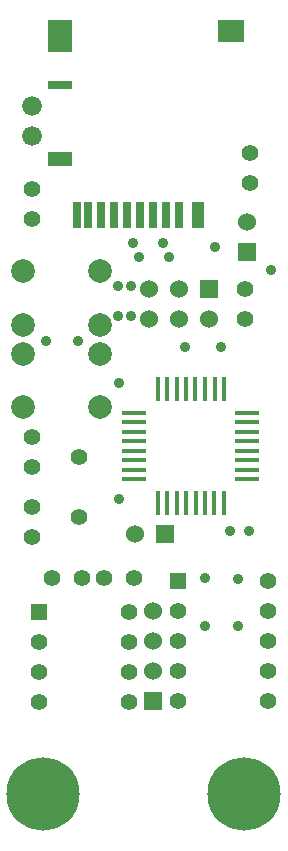
<source format=gbs>
G04 (created by PCBNEW (2013-jul-07)-stable) date 2015年01月19日 01時00分23秒*
%MOIN*%
G04 Gerber Fmt 3.4, Leading zero omitted, Abs format*
%FSLAX34Y34*%
G01*
G70*
G90*
G04 APERTURE LIST*
%ADD10C,0.00590551*%
%ADD11R,0.0787X0.0177*%
%ADD12R,0.0177X0.0787*%
%ADD13R,0.06X0.06*%
%ADD14C,0.06*%
%ADD15C,0.066*%
%ADD16C,0.056*%
%ADD17R,0.0393701X0.0866142*%
%ADD18R,0.0275591X0.0866142*%
%ADD19R,0.0255906X0.0866142*%
%ADD20R,0.0787402X0.0472441*%
%ADD21R,0.0787402X0.0314961*%
%ADD22R,0.0787402X0.110236*%
%ADD23R,0.0905512X0.0748031*%
%ADD24R,0.055X0.055*%
%ADD25C,0.055*%
%ADD26C,0.0787402*%
%ADD27C,0.244094*%
%ADD28C,0.035*%
G04 APERTURE END LIST*
G54D10*
G54D11*
X28222Y-29812D03*
X28222Y-30127D03*
X28222Y-30442D03*
X28222Y-30757D03*
X28222Y-31072D03*
X28222Y-31387D03*
X28222Y-31702D03*
X28222Y-32017D03*
X31988Y-32015D03*
X31988Y-29805D03*
X31988Y-30125D03*
X31988Y-30445D03*
X31988Y-30755D03*
X31988Y-31075D03*
X31988Y-31385D03*
X31988Y-31705D03*
G54D12*
X29006Y-32805D03*
X29320Y-32805D03*
X29636Y-32805D03*
X29950Y-32805D03*
X30266Y-32805D03*
X30580Y-32805D03*
X30896Y-32805D03*
X31210Y-32805D03*
X29008Y-29025D03*
X29318Y-29025D03*
X29638Y-29025D03*
X29948Y-29025D03*
X30258Y-29025D03*
X30578Y-29025D03*
X30898Y-29025D03*
X31218Y-29025D03*
G54D13*
X30724Y-25681D03*
G54D14*
X30724Y-26681D03*
X29724Y-25681D03*
X29724Y-26681D03*
X28724Y-25681D03*
X28724Y-26681D03*
G54D13*
X31968Y-24437D03*
G54D14*
X31968Y-23437D03*
G54D15*
X24803Y-20578D03*
X24803Y-19578D03*
G54D16*
X26377Y-31283D03*
X26377Y-33283D03*
G54D17*
X30334Y-23228D03*
G54D18*
X29724Y-23228D03*
X29291Y-23228D03*
X28858Y-23228D03*
X28425Y-23228D03*
X27992Y-23228D03*
X27559Y-23228D03*
X27125Y-23228D03*
G54D19*
X26692Y-23228D03*
X26318Y-23228D03*
G54D20*
X25748Y-21338D03*
G54D21*
X25748Y-18897D03*
G54D22*
X25748Y-17263D03*
G54D23*
X31456Y-17086D03*
G54D24*
X25035Y-36452D03*
G54D25*
X25035Y-37452D03*
X25035Y-38452D03*
X25035Y-39452D03*
X28035Y-39452D03*
X28035Y-38452D03*
X28035Y-37452D03*
X28035Y-36452D03*
G54D24*
X29681Y-35401D03*
G54D25*
X29681Y-36401D03*
X29681Y-37401D03*
X29681Y-38401D03*
X29681Y-39401D03*
X32681Y-39401D03*
X32681Y-38401D03*
X32681Y-37401D03*
X32681Y-36401D03*
X32681Y-35401D03*
X24803Y-32964D03*
X24803Y-33964D03*
X24803Y-31602D03*
X24803Y-30602D03*
X31929Y-25681D03*
X31929Y-26681D03*
X32086Y-21153D03*
X32086Y-22153D03*
G54D26*
X27066Y-27854D03*
X27066Y-29625D03*
X24507Y-29625D03*
X24507Y-27854D03*
X27066Y-25098D03*
X27066Y-26870D03*
X24507Y-26870D03*
X24507Y-25098D03*
G54D25*
X26484Y-35314D03*
X25484Y-35314D03*
X27216Y-35314D03*
X28216Y-35314D03*
X24803Y-22334D03*
X24803Y-23334D03*
G54D13*
X28858Y-39413D03*
G54D14*
X28858Y-38413D03*
X28858Y-37413D03*
X28858Y-36413D03*
G54D13*
X29240Y-33858D03*
G54D14*
X28240Y-33858D03*
G54D27*
X25196Y-42519D03*
X31889Y-42519D03*
G54D28*
X27716Y-28818D03*
X27716Y-32677D03*
X25275Y-27401D03*
X26338Y-27401D03*
X31692Y-36929D03*
X30590Y-36929D03*
X32795Y-25039D03*
X32047Y-33740D03*
X28375Y-24600D03*
X29375Y-24600D03*
X28125Y-26575D03*
X28125Y-25575D03*
X27675Y-26575D03*
X27675Y-25575D03*
X28175Y-24150D03*
X29175Y-24150D03*
X31100Y-27625D03*
X29925Y-27625D03*
X31417Y-33740D03*
X30905Y-24291D03*
X31692Y-35354D03*
X30590Y-35314D03*
M02*

</source>
